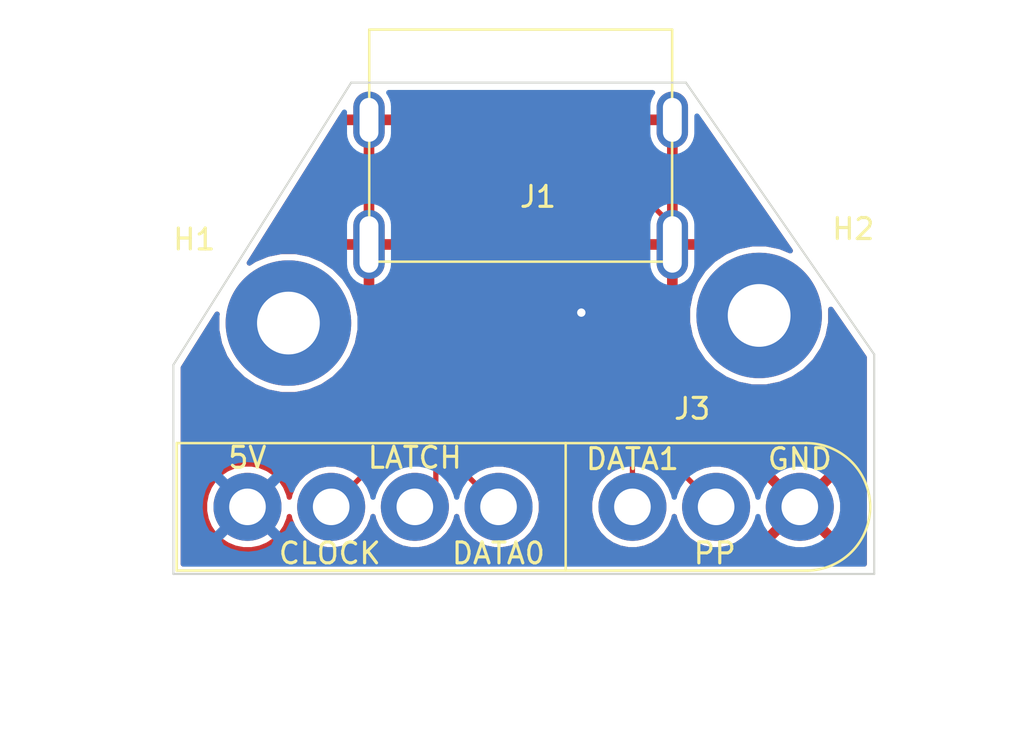
<source format=kicad_pcb>
(kicad_pcb (version 20171130) (host pcbnew "(5.1.0-0)")

  (general
    (thickness 1.6)
    (drawings 6)
    (tracks 23)
    (zones 0)
    (modules 4)
    (nets 20)
  )

  (page A4)
  (layers
    (0 F.Cu signal)
    (31 B.Cu signal)
    (32 B.Adhes user)
    (33 F.Adhes user)
    (34 B.Paste user)
    (35 F.Paste user)
    (36 B.SilkS user)
    (37 F.SilkS user)
    (38 B.Mask user)
    (39 F.Mask user)
    (40 Dwgs.User user)
    (41 Cmts.User user)
    (42 Eco1.User user)
    (43 Eco2.User user)
    (44 Edge.Cuts user)
    (45 Margin user)
    (46 B.CrtYd user)
    (47 F.CrtYd user)
    (48 B.Fab user)
    (49 F.Fab user)
  )

  (setup
    (last_trace_width 0.25)
    (user_trace_width 0.4)
    (user_trace_width 0.5)
    (user_trace_width 0.75)
    (user_trace_width 1)
    (trace_clearance 0.2)
    (zone_clearance 0.3)
    (zone_45_only no)
    (trace_min 0.2)
    (via_size 0.8)
    (via_drill 0.4)
    (via_min_size 0.4)
    (via_min_drill 0.3)
    (uvia_size 0.3)
    (uvia_drill 0.1)
    (uvias_allowed no)
    (uvia_min_size 0.2)
    (uvia_min_drill 0.1)
    (edge_width 0.1)
    (segment_width 0.2)
    (pcb_text_width 0.3)
    (pcb_text_size 1.5 1.5)
    (mod_edge_width 0.15)
    (mod_text_size 1 1)
    (mod_text_width 0.15)
    (pad_size 1.524 1.524)
    (pad_drill 0.762)
    (pad_to_mask_clearance 0)
    (aux_axis_origin 0 0)
    (visible_elements FFFFFF7F)
    (pcbplotparams
      (layerselection 0x010fc_ffffffff)
      (usegerberextensions false)
      (usegerberattributes false)
      (usegerberadvancedattributes false)
      (creategerberjobfile false)
      (excludeedgelayer true)
      (linewidth 0.100000)
      (plotframeref false)
      (viasonmask false)
      (mode 1)
      (useauxorigin false)
      (hpglpennumber 1)
      (hpglpenspeed 20)
      (hpglpendiameter 15.000000)
      (psnegative false)
      (psa4output false)
      (plotreference true)
      (plotvalue true)
      (plotinvisibletext false)
      (padsonsilk false)
      (subtractmaskfromsilk false)
      (outputformat 1)
      (mirror false)
      (drillshape 0)
      (scaleselection 1)
      (outputdirectory "Gerbers/20191107"))
  )

  (net 0 "")
  (net 1 "Net-(J1-Pad19)")
  (net 2 +5V)
  (net 3 GND)
  (net 4 "Net-(J1-Pad14)")
  (net 5 "Net-(J1-Pad13)")
  (net 6 "Net-(J1-Pad12)")
  (net 7 "Net-(J1-Pad11)")
  (net 8 "Net-(J1-Pad10)")
  (net 9 "Net-(J1-Pad9)")
  (net 10 DTR_5V)
  (net 11 RTS_5V)
  (net 12 DSR_5V)
  (net 13 RX_5V)
  (net 14 TX_5V)
  (net 15 "Net-(J1-Pad4)")
  (net 16 "Net-(J1-Pad7)")
  (net 17 "Net-(J1-Pad8)")
  (net 18 "Net-(J1-Pad17)")
  (net 19 "Net-(J1-Pad18)")

  (net_class Default "This is the default net class."
    (clearance 0.2)
    (trace_width 0.25)
    (via_dia 0.8)
    (via_drill 0.4)
    (uvia_dia 0.3)
    (uvia_drill 0.1)
    (add_net +5V)
    (add_net DSR_5V)
    (add_net DTR_5V)
    (add_net GND)
    (add_net "Net-(J1-Pad10)")
    (add_net "Net-(J1-Pad11)")
    (add_net "Net-(J1-Pad12)")
    (add_net "Net-(J1-Pad13)")
    (add_net "Net-(J1-Pad14)")
    (add_net "Net-(J1-Pad17)")
    (add_net "Net-(J1-Pad18)")
    (add_net "Net-(J1-Pad19)")
    (add_net "Net-(J1-Pad4)")
    (add_net "Net-(J1-Pad7)")
    (add_net "Net-(J1-Pad8)")
    (add_net "Net-(J1-Pad9)")
    (add_net RTS_5V)
    (add_net RX_5V)
    (add_net TX_5V)
  )

  (module VideoGames:SNES_Controller (layer F.Cu) (tedit 5D4E58EC) (tstamp 5D4EB561)
    (at 144.8 96.1 180)
    (path /5D1EEF95)
    (fp_text reference J3 (at 0 0.5 180) (layer F.SilkS)
      (effects (font (size 1 1) (thickness 0.15)))
    )
    (fp_text value Conn_01x07_Female (at 0.254 -0.5 180) (layer F.Fab)
      (effects (font (size 1 1) (thickness 0.15)))
    )
    (fp_line (start 26.4795 0.889) (end -5.3975 0.889) (layer F.CrtYd) (width 0.12))
    (fp_line (start 26.4795 -9.271) (end 26.4795 0.889) (layer F.CrtYd) (width 0.12))
    (fp_line (start -5.3975 -9.271) (end 26.4795 -9.271) (layer F.CrtYd) (width 0.12))
    (fp_arc (start -5.3975 -4.191) (end -5.3975 -9.271) (angle -180) (layer F.CrtYd) (width 0.12))
    (fp_text user PP (at -1.0795 -6.4135 180) (layer F.SilkS)
      (effects (font (size 1 1) (thickness 0.15)))
    )
    (fp_text user DATA1 (at 2.8575 -1.905 180) (layer F.SilkS)
      (effects (font (size 1 1) (thickness 0.15)))
    )
    (fp_text user DATA0 (at 9.26084 -6.4135 180) (layer F.SilkS)
      (effects (font (size 1 1) (thickness 0.15)))
    )
    (fp_text user CLOCK (at 17.32534 -6.4135 180) (layer F.SilkS)
      (effects (font (size 1 1) (thickness 0.15)))
    )
    (fp_text user LATCH (at 13.26134 -1.8415 180) (layer F.SilkS)
      (effects (font (size 1 1) (thickness 0.15)))
    )
    (fp_text user 5V (at 21.26234 -1.8415 180) (layer F.SilkS)
      (effects (font (size 1 1) (thickness 0.15)))
    )
    (fp_text user GND (at -5.1435 -1.905 180) (layer F.SilkS)
      (effects (font (size 1 1) (thickness 0.15)))
    )
    (fp_arc (start -5.461 -4.191) (end -5.524499 -7.238999) (angle -178.8065106) (layer F.SilkS) (width 0.12))
    (fp_line (start 24.638 -7.239) (end 24.638 -1.143) (layer F.SilkS) (width 0.12))
    (fp_line (start 24.638 -1.14234) (end -5.461001 -1.14234) (layer F.SilkS) (width 0.12))
    (fp_line (start 24.638 -7.239) (end -5.5245 -7.239) (layer F.SilkS) (width 0.12))
    (fp_line (start 6.04774 -7.23392) (end 6.04774 -1.13792) (layer F.SilkS) (width 0.12))
    (pad 1 thru_hole circle (at 21.2565 -4.191 180) (size 3.25 3.25) (drill 1.75) (layers *.Cu *.Mask)
      (net 2 +5V))
    (pad 2 thru_hole circle (at 17.2565 -4.191 180) (size 3.25 3.25) (drill 1.75) (layers *.Cu *.Mask)
      (net 14 TX_5V))
    (pad 3 thru_hole circle (at 13.2565 -4.191 180) (size 3.25 3.25) (drill 1.75) (layers *.Cu *.Mask)
      (net 13 RX_5V))
    (pad 4 thru_hole circle (at 9.2565 -4.191 180) (size 3.25 3.25) (drill 1.75) (layers *.Cu *.Mask)
      (net 12 DSR_5V))
    (pad 5 thru_hole circle (at 2.8565 -4.191 180) (size 3.25 3.25) (drill 1.75) (layers *.Cu *.Mask)
      (net 11 RTS_5V))
    (pad 6 thru_hole circle (at -1.1435 -4.191 180) (size 3.25 3.25) (drill 1.75) (layers *.Cu *.Mask)
      (net 10 DTR_5V))
    (pad 7 thru_hole circle (at -5.1435 -4.191 180) (size 3.25 3.25) (drill 1.75) (layers *.Cu *.Mask)
      (net 3 GND))
  )

  (module VideoGames:HDMI (layer F.Cu) (tedit 5D4999EA) (tstamp 5D4EB546)
    (at 136.5377 88.5 180)
    (path /5D4F1E38)
    (fp_text reference J1 (at -0.889 3.04 180) (layer F.SilkS)
      (effects (font (size 1 1) (thickness 0.15)))
    )
    (fp_text value HDMI_A (at -0.889 2.04 180) (layer F.Fab)
      (effects (font (size 1 1) (thickness 0.15)))
    )
    (fp_line (start -7.3025 11.0365) (end -7.3025 -0.0635) (layer F.SilkS) (width 0.12))
    (fp_line (start 7.1755 11.0365) (end -7.3025 11.0365) (layer F.SilkS) (width 0.12))
    (fp_line (start 7.1755 -0.0635) (end 7.1755 11.0365) (layer F.SilkS) (width 0.12))
    (fp_line (start -7.3025 -0.0635) (end 7.1755 -0.0635) (layer F.SilkS) (width 0.12))
    (pad SH thru_hole oval (at -7.3135 0.76 180) (size 1.5 3.3) (drill oval 0.9 2.7) (layers *.Cu *.Mask)
      (net 3 GND))
    (pad SH thru_hole oval (at 7.1865 0.76 180) (size 1.5 3.3) (drill oval 0.9 2.7) (layers *.Cu *.Mask)
      (net 3 GND))
    (pad SH thru_hole oval (at 7.1865 6.72 180) (size 1.5 2.7) (drill oval 0.9 2.1) (layers *.Cu *.Mask)
      (net 3 GND))
    (pad SH thru_hole oval (at -7.3135 6.72 180) (size 1.5 2.7) (drill oval 0.9 2.1) (layers *.Cu *.Mask)
      (net 3 GND))
    (pad 1 smd rect (at 4.4915 -0.127 180) (size 0.2 2.6) (layers F.Cu F.Paste F.Mask)
      (net 14 TX_5V))
    (pad 2 smd rect (at 3.9915 -0.127 180) (size 0.2 2.6) (layers F.Cu F.Paste F.Mask)
      (net 13 RX_5V))
    (pad 3 smd rect (at 3.4915 -0.127 180) (size 0.2 2.6) (layers F.Cu F.Paste F.Mask)
      (net 12 DSR_5V))
    (pad 4 smd rect (at 2.9915 -0.127 180) (size 0.2 2.6) (layers F.Cu F.Paste F.Mask)
      (net 15 "Net-(J1-Pad4)"))
    (pad 5 smd rect (at 2.4915 -0.127 180) (size 0.2 2.6) (layers F.Cu F.Paste F.Mask)
      (net 11 RTS_5V))
    (pad 6 smd rect (at 1.9915 -0.127 180) (size 0.2 2.6) (layers F.Cu F.Paste F.Mask)
      (net 10 DTR_5V))
    (pad 7 smd rect (at 1.4915 -0.127 180) (size 0.2 2.6) (layers F.Cu F.Paste F.Mask)
      (net 16 "Net-(J1-Pad7)"))
    (pad 8 smd rect (at 0.9915 -0.127 180) (size 0.2 2.6) (layers F.Cu F.Paste F.Mask)
      (net 17 "Net-(J1-Pad8)"))
    (pad 9 smd rect (at 0.4915 -0.127 180) (size 0.2 2.6) (layers F.Cu F.Paste F.Mask)
      (net 9 "Net-(J1-Pad9)"))
    (pad 10 smd rect (at -0.0085 -0.127 180) (size 0.2 2.6) (layers F.Cu F.Paste F.Mask)
      (net 8 "Net-(J1-Pad10)"))
    (pad 11 smd rect (at -0.5085 -0.127 180) (size 0.2 2.6) (layers F.Cu F.Paste F.Mask)
      (net 7 "Net-(J1-Pad11)"))
    (pad 12 smd rect (at -1.0085 -0.127 180) (size 0.2 2.6) (layers F.Cu F.Paste F.Mask)
      (net 6 "Net-(J1-Pad12)"))
    (pad 13 smd rect (at -1.5085 -0.127 180) (size 0.2 2.6) (layers F.Cu F.Paste F.Mask)
      (net 5 "Net-(J1-Pad13)"))
    (pad 14 smd rect (at -2.0085 -0.127 180) (size 0.2 2.6) (layers F.Cu F.Paste F.Mask)
      (net 4 "Net-(J1-Pad14)"))
    (pad 15 smd rect (at -2.5085 -0.127 180) (size 0.2 2.6) (layers F.Cu F.Paste F.Mask)
      (net 3 GND))
    (pad 16 smd rect (at -3.0085 -0.127 180) (size 0.2 2.6) (layers F.Cu F.Paste F.Mask)
      (net 2 +5V))
    (pad 17 smd rect (at -3.5085 -0.127 180) (size 0.2 2.6) (layers F.Cu F.Paste F.Mask)
      (net 18 "Net-(J1-Pad17)"))
    (pad 18 smd rect (at -4.0085 -0.127 180) (size 0.2 2.6) (layers F.Cu F.Paste F.Mask)
      (net 19 "Net-(J1-Pad18)"))
    (pad 19 smd rect (at -4.5085 -0.127 180) (size 0.2 2.6) (layers F.Cu F.Paste F.Mask)
      (net 1 "Net-(J1-Pad19)"))
  )

  (module MountingHole:MountingHole_3mm_Pad (layer F.Cu) (tedit 56D1B4CB) (tstamp 5D081A0B)
    (at 148 91.1352)
    (descr "Mounting Hole 3mm")
    (tags "mounting hole 3mm")
    (path /5CFEBFC8)
    (attr virtual)
    (fp_text reference H2 (at 4.5 -4.1352) (layer F.SilkS)
      (effects (font (size 1 1) (thickness 0.15)))
    )
    (fp_text value MountingHole (at 0 4) (layer F.Fab)
      (effects (font (size 1 1) (thickness 0.15)))
    )
    (fp_circle (center 0 0) (end 3.25 0) (layer F.CrtYd) (width 0.05))
    (fp_circle (center 0 0) (end 3 0) (layer Cmts.User) (width 0.15))
    (fp_text user %R (at 0.3 0) (layer F.Fab)
      (effects (font (size 1 1) (thickness 0.15)))
    )
    (pad 1 thru_hole circle (at 0 0) (size 6 6) (drill 3) (layers *.Cu *.Mask))
  )

  (module MountingHole:MountingHole_3mm_Pad (layer F.Cu) (tedit 56D1B4CB) (tstamp 5D081A03)
    (at 125.5 91.5)
    (descr "Mounting Hole 3mm")
    (tags "mounting hole 3mm")
    (path /5CFEBE79)
    (attr virtual)
    (fp_text reference H1 (at -4.5 -4) (layer F.SilkS)
      (effects (font (size 1 1) (thickness 0.15)))
    )
    (fp_text value MountingHole (at 0 4) (layer F.Fab)
      (effects (font (size 1 1) (thickness 0.15)))
    )
    (fp_circle (center 0 0) (end 3.25 0) (layer F.CrtYd) (width 0.05))
    (fp_circle (center 0 0) (end 3 0) (layer Cmts.User) (width 0.15))
    (fp_text user %R (at 0.3 0) (layer F.Fab)
      (effects (font (size 1 1) (thickness 0.15)))
    )
    (pad 1 thru_hole circle (at 0 0) (size 6 6) (drill 3) (layers *.Cu *.Mask))
  )

  (gr_line (start 153.5 93) (end 153.5 103.5) (layer Edge.Cuts) (width 0.1) (tstamp 5DC45DF7))
  (gr_line (start 120 93.5) (end 120 103.5) (layer Edge.Cuts) (width 0.1) (tstamp 5DC45DF3))
  (gr_line (start 153.5 103.5) (end 120 103.5) (layer Edge.Cuts) (width 0.1) (tstamp 5DC45DE4))
  (gr_line (start 144.5 80) (end 153.5 93) (layer Edge.Cuts) (width 0.1))
  (gr_line (start 128.5 80) (end 120 93.5) (layer Edge.Cuts) (width 0.1))
  (gr_line (start 144.5 80) (end 128.5 80) (layer Edge.Cuts) (width 0.1))

  (via (at 139.5 91) (size 0.8) (drill 0.4) (layers F.Cu B.Cu) (net 2))
  (segment (start 139.5462 90.9538) (end 139.5 91) (width 0.25) (layer F.Cu) (net 2))
  (segment (start 139.5462 88.627) (end 139.5462 90.9538) (width 0.25) (layer F.Cu) (net 2))
  (segment (start 143.8512 86.84) (end 143.8512 87.74) (width 0.25) (layer F.Cu) (net 3))
  (segment (start 142.8512 85.84) (end 143.8512 86.84) (width 0.25) (layer F.Cu) (net 3))
  (segment (start 140.2832 85.84) (end 142.8512 85.84) (width 0.25) (layer F.Cu) (net 3))
  (segment (start 139.0462 87.077) (end 140.2832 85.84) (width 0.25) (layer F.Cu) (net 3))
  (segment (start 139.0462 88.627) (end 139.0462 87.077) (width 0.25) (layer F.Cu) (net 3))
  (segment (start 134.5462 88.627) (end 134.5462 90.177) (width 0.25) (layer F.Cu) (net 10))
  (segment (start 143.245964 97.593464) (end 144.318501 98.666001) (width 0.25) (layer F.Cu) (net 10))
  (segment (start 141.962664 97.593464) (end 143.245964 97.593464) (width 0.25) (layer F.Cu) (net 10))
  (segment (start 134.5462 90.177) (end 141.962664 97.593464) (width 0.25) (layer F.Cu) (net 10))
  (segment (start 144.318501 98.666001) (end 145.9435 100.291) (width 0.25) (layer F.Cu) (net 10))
  (segment (start 134.09619 88.67699) (end 134.0462 88.627) (width 0.25) (layer F.Cu) (net 11))
  (segment (start 134.09619 90.3634) (end 134.09619 88.67699) (width 0.25) (layer F.Cu) (net 11))
  (segment (start 141.9435 98.21071) (end 134.09619 90.3634) (width 0.25) (layer F.Cu) (net 11))
  (segment (start 141.9435 100.291) (end 141.9435 98.21071) (width 0.25) (layer F.Cu) (net 11))
  (segment (start 133.0462 97.7937) (end 135.5435 100.291) (width 0.25) (layer F.Cu) (net 12))
  (segment (start 133.0462 88.627) (end 133.0462 97.7937) (width 0.25) (layer F.Cu) (net 12))
  (segment (start 132.5462 99.2883) (end 131.5435 100.291) (width 0.25) (layer F.Cu) (net 13))
  (segment (start 132.5462 88.627) (end 132.5462 99.2883) (width 0.25) (layer F.Cu) (net 13))
  (segment (start 132.0462 95.7883) (end 127.5435 100.291) (width 0.25) (layer F.Cu) (net 14))
  (segment (start 132.0462 88.627) (end 132.0462 95.7883) (width 0.25) (layer F.Cu) (net 14))

  (zone (net 3) (net_name GND) (layer F.Cu) (tstamp 5DC45E70) (hatch edge 0.508)
    (connect_pads (clearance 0.3))
    (min_thickness 0.254)
    (fill yes (arc_segments 32) (thermal_gap 0.508) (thermal_bridge_width 0.508))
    (polygon
      (pts
        (xy 111.8616 76.0984) (xy 159.9946 76.0984) (xy 160.6804 111.8362) (xy 112.2172 111.8362)
      )
    )
    (filled_polygon
      (pts
        (xy 142.620228 80.532651) (xy 142.517589 80.78524) (xy 142.4662 81.053) (xy 142.4662 81.653) (xy 143.7242 81.653)
        (xy 143.7242 81.633) (xy 143.9782 81.633) (xy 143.9782 81.653) (xy 143.9982 81.653) (xy 143.9982 81.907)
        (xy 143.9782 81.907) (xy 143.9782 83.599656) (xy 144.192385 83.722318) (xy 144.263884 83.708173) (xy 144.515068 83.602142)
        (xy 144.74074 83.449145) (xy 144.932228 83.255061) (xy 145.082172 83.027349) (xy 145.184811 82.77476) (xy 145.2362 82.507)
        (xy 145.2362 81.901403) (xy 149.48732 88.04191) (xy 148.999619 87.839897) (xy 148.33753 87.7082) (xy 147.66247 87.7082)
        (xy 147.000381 87.839897) (xy 146.376707 88.098232) (xy 145.815415 88.473275) (xy 145.338075 88.950615) (xy 144.963032 89.511907)
        (xy 144.704697 90.135581) (xy 144.573 90.79767) (xy 144.573 91.47273) (xy 144.704697 92.134819) (xy 144.963032 92.758493)
        (xy 145.338075 93.319785) (xy 145.815415 93.797125) (xy 146.376707 94.172168) (xy 147.000381 94.430503) (xy 147.66247 94.5622)
        (xy 148.33753 94.5622) (xy 148.999619 94.430503) (xy 149.623293 94.172168) (xy 150.184585 93.797125) (xy 150.661925 93.319785)
        (xy 151.036968 92.758493) (xy 151.295303 92.134819) (xy 151.427 91.47273) (xy 151.427 90.843671) (xy 153.023 93.149005)
        (xy 153.023001 103.023) (xy 120.477 103.023) (xy 120.477 100.088896) (xy 121.4915 100.088896) (xy 121.4915 100.493104)
        (xy 121.570357 100.889546) (xy 121.725041 101.262987) (xy 121.949607 101.599074) (xy 122.235426 101.884893) (xy 122.571513 102.109459)
        (xy 122.944954 102.264143) (xy 123.341396 102.343) (xy 123.745604 102.343) (xy 124.142046 102.264143) (xy 124.515487 102.109459)
        (xy 124.851574 101.884893) (xy 125.137393 101.599074) (xy 125.361959 101.262987) (xy 125.516643 100.889546) (xy 125.5435 100.754526)
        (xy 125.570357 100.889546) (xy 125.725041 101.262987) (xy 125.949607 101.599074) (xy 126.235426 101.884893) (xy 126.571513 102.109459)
        (xy 126.944954 102.264143) (xy 127.341396 102.343) (xy 127.745604 102.343) (xy 128.142046 102.264143) (xy 128.515487 102.109459)
        (xy 128.851574 101.884893) (xy 129.137393 101.599074) (xy 129.361959 101.262987) (xy 129.516643 100.889546) (xy 129.5435 100.754526)
        (xy 129.570357 100.889546) (xy 129.725041 101.262987) (xy 129.949607 101.599074) (xy 130.235426 101.884893) (xy 130.571513 102.109459)
        (xy 130.944954 102.264143) (xy 131.341396 102.343) (xy 131.745604 102.343) (xy 132.142046 102.264143) (xy 132.515487 102.109459)
        (xy 132.851574 101.884893) (xy 133.137393 101.599074) (xy 133.361959 101.262987) (xy 133.516643 100.889546) (xy 133.5435 100.754526)
        (xy 133.570357 100.889546) (xy 133.725041 101.262987) (xy 133.949607 101.599074) (xy 134.235426 101.884893) (xy 134.571513 102.109459)
        (xy 134.944954 102.264143) (xy 135.341396 102.343) (xy 135.745604 102.343) (xy 136.142046 102.264143) (xy 136.515487 102.109459)
        (xy 136.851574 101.884893) (xy 137.137393 101.599074) (xy 137.361959 101.262987) (xy 137.516643 100.889546) (xy 137.5955 100.493104)
        (xy 137.5955 100.088896) (xy 137.516643 99.692454) (xy 137.361959 99.319013) (xy 137.137393 98.982926) (xy 136.851574 98.697107)
        (xy 136.515487 98.472541) (xy 136.142046 98.317857) (xy 135.745604 98.239) (xy 135.341396 98.239) (xy 134.944954 98.317857)
        (xy 134.571513 98.472541) (xy 134.532053 98.498908) (xy 133.5982 97.565056) (xy 133.5982 90.602711) (xy 133.634999 90.671558)
        (xy 133.703979 90.755611) (xy 133.725047 90.772901) (xy 141.291954 98.33981) (xy 140.971513 98.472541) (xy 140.635426 98.697107)
        (xy 140.349607 98.982926) (xy 140.125041 99.319013) (xy 139.970357 99.692454) (xy 139.8915 100.088896) (xy 139.8915 100.493104)
        (xy 139.970357 100.889546) (xy 140.125041 101.262987) (xy 140.349607 101.599074) (xy 140.635426 101.884893) (xy 140.971513 102.109459)
        (xy 141.344954 102.264143) (xy 141.741396 102.343) (xy 142.145604 102.343) (xy 142.542046 102.264143) (xy 142.915487 102.109459)
        (xy 143.251574 101.884893) (xy 143.537393 101.599074) (xy 143.761959 101.262987) (xy 143.916643 100.889546) (xy 143.9435 100.754526)
        (xy 143.970357 100.889546) (xy 144.125041 101.262987) (xy 144.349607 101.599074) (xy 144.635426 101.884893) (xy 144.971513 102.109459)
        (xy 145.344954 102.264143) (xy 145.741396 102.343) (xy 146.145604 102.343) (xy 146.542046 102.264143) (xy 146.915487 102.109459)
        (xy 147.251574 101.884893) (xy 147.264827 101.87164) (xy 148.542465 101.87164) (xy 148.713512 102.199999) (xy 149.109573 102.403277)
        (xy 149.537682 102.525381) (xy 149.981385 102.561619) (xy 150.423633 102.510599) (xy 150.84743 102.374281) (xy 151.173488 102.199999)
        (xy 151.344535 101.87164) (xy 149.9435 100.470605) (xy 148.542465 101.87164) (xy 147.264827 101.87164) (xy 147.537393 101.599074)
        (xy 147.761959 101.262987) (xy 147.829591 101.09971) (xy 147.860219 101.19493) (xy 148.034501 101.520988) (xy 148.36286 101.692035)
        (xy 149.763895 100.291) (xy 150.123105 100.291) (xy 151.52414 101.692035) (xy 151.852499 101.520988) (xy 152.055777 101.124927)
        (xy 152.177881 100.696818) (xy 152.214119 100.253115) (xy 152.163099 99.810867) (xy 152.026781 99.38707) (xy 151.852499 99.061012)
        (xy 151.52414 98.889965) (xy 150.123105 100.291) (xy 149.763895 100.291) (xy 148.36286 98.889965) (xy 148.034501 99.061012)
        (xy 147.831223 99.457073) (xy 147.826298 99.474341) (xy 147.761959 99.319013) (xy 147.537393 98.982926) (xy 147.264827 98.71036)
        (xy 148.542465 98.71036) (xy 149.9435 100.111395) (xy 151.344535 98.71036) (xy 151.173488 98.382001) (xy 150.777427 98.178723)
        (xy 150.349318 98.056619) (xy 149.905615 98.020381) (xy 149.463367 98.071401) (xy 149.03957 98.207719) (xy 148.713512 98.382001)
        (xy 148.542465 98.71036) (xy 147.264827 98.71036) (xy 147.251574 98.697107) (xy 146.915487 98.472541) (xy 146.542046 98.317857)
        (xy 146.145604 98.239) (xy 145.741396 98.239) (xy 145.344954 98.317857) (xy 144.971513 98.472541) (xy 144.932052 98.498908)
        (xy 144.728001 98.294857) (xy 144.727992 98.294846) (xy 143.655464 97.22232) (xy 143.638175 97.201253) (xy 143.554122 97.132273)
        (xy 143.458227 97.081016) (xy 143.354175 97.049452) (xy 143.273073 97.041464) (xy 143.27307 97.041464) (xy 143.245964 97.038794)
        (xy 143.218858 97.041464) (xy 142.191309 97.041464) (xy 135.50591 90.356066) (xy 135.6462 90.356066) (xy 135.729907 90.347822)
        (xy 135.7962 90.327711) (xy 135.862493 90.347822) (xy 135.9462 90.356066) (xy 136.1462 90.356066) (xy 136.229907 90.347822)
        (xy 136.2962 90.327711) (xy 136.362493 90.347822) (xy 136.4462 90.356066) (xy 136.6462 90.356066) (xy 136.729907 90.347822)
        (xy 136.7962 90.327711) (xy 136.862493 90.347822) (xy 136.9462 90.356066) (xy 137.1462 90.356066) (xy 137.229907 90.347822)
        (xy 137.2962 90.327711) (xy 137.362493 90.347822) (xy 137.4462 90.356066) (xy 137.6462 90.356066) (xy 137.729907 90.347822)
        (xy 137.7962 90.327711) (xy 137.862493 90.347822) (xy 137.9462 90.356066) (xy 138.1462 90.356066) (xy 138.229907 90.347822)
        (xy 138.2962 90.327711) (xy 138.362493 90.347822) (xy 138.4462 90.356066) (xy 138.475944 90.356066) (xy 138.486897 90.369918)
        (xy 138.582131 90.451013) (xy 138.691357 90.511971) (xy 138.806578 90.54922) (xy 138.767123 90.608269) (xy 138.704782 90.758773)
        (xy 138.673 90.918548) (xy 138.673 91.081452) (xy 138.704782 91.241227) (xy 138.767123 91.391731) (xy 138.857628 91.527181)
        (xy 138.972819 91.642372) (xy 139.108269 91.732877) (xy 139.258773 91.795218) (xy 139.418548 91.827) (xy 139.581452 91.827)
        (xy 139.741227 91.795218) (xy 139.891731 91.732877) (xy 140.027181 91.642372) (xy 140.142372 91.527181) (xy 140.232877 91.391731)
        (xy 140.295218 91.241227) (xy 140.327 91.081452) (xy 140.327 90.918548) (xy 140.295218 90.758773) (xy 140.232877 90.608269)
        (xy 140.142372 90.472819) (xy 140.0982 90.428647) (xy 140.0982 90.356066) (xy 140.1462 90.356066) (xy 140.229907 90.347822)
        (xy 140.2962 90.327711) (xy 140.362493 90.347822) (xy 140.4462 90.356066) (xy 140.6462 90.356066) (xy 140.729907 90.347822)
        (xy 140.7962 90.327711) (xy 140.862493 90.347822) (xy 140.9462 90.356066) (xy 141.1462 90.356066) (xy 141.229907 90.347822)
        (xy 141.310396 90.323405) (xy 141.384576 90.283755) (xy 141.449595 90.230395) (xy 141.502955 90.165376) (xy 141.542605 90.091196)
        (xy 141.567022 90.010707) (xy 141.575266 89.927) (xy 141.575266 87.867) (xy 142.4662 87.867) (xy 142.4662 88.767)
        (xy 142.517589 89.03476) (xy 142.620228 89.287349) (xy 142.770172 89.515061) (xy 142.96166 89.709145) (xy 143.187332 89.862142)
        (xy 143.438516 89.968173) (xy 143.510015 89.982318) (xy 143.7242 89.859656) (xy 143.7242 87.867) (xy 143.9782 87.867)
        (xy 143.9782 89.859656) (xy 144.192385 89.982318) (xy 144.263884 89.968173) (xy 144.515068 89.862142) (xy 144.74074 89.709145)
        (xy 144.932228 89.515061) (xy 145.082172 89.287349) (xy 145.184811 89.03476) (xy 145.2362 88.767) (xy 145.2362 87.867)
        (xy 143.9782 87.867) (xy 143.7242 87.867) (xy 142.4662 87.867) (xy 141.575266 87.867) (xy 141.575266 87.327)
        (xy 141.567022 87.243293) (xy 141.542605 87.162804) (xy 141.502955 87.088624) (xy 141.449595 87.023605) (xy 141.384576 86.970245)
        (xy 141.310396 86.930595) (xy 141.229907 86.906178) (xy 141.1462 86.897934) (xy 140.9462 86.897934) (xy 140.862493 86.906178)
        (xy 140.7962 86.926289) (xy 140.729907 86.906178) (xy 140.6462 86.897934) (xy 140.4462 86.897934) (xy 140.362493 86.906178)
        (xy 140.2962 86.926289) (xy 140.229907 86.906178) (xy 140.1462 86.897934) (xy 139.9462 86.897934) (xy 139.862493 86.906178)
        (xy 139.7962 86.926289) (xy 139.729907 86.906178) (xy 139.6462 86.897934) (xy 139.616456 86.897934) (xy 139.605503 86.884082)
        (xy 139.510269 86.802987) (xy 139.401043 86.742029) (xy 139.31125 86.713) (xy 142.4662 86.713) (xy 142.4662 87.613)
        (xy 143.7242 87.613) (xy 143.7242 85.620344) (xy 143.9782 85.620344) (xy 143.9782 87.613) (xy 145.2362 87.613)
        (xy 145.2362 86.713) (xy 145.184811 86.44524) (xy 145.082172 86.192651) (xy 144.932228 85.964939) (xy 144.74074 85.770855)
        (xy 144.515068 85.617858) (xy 144.263884 85.511827) (xy 144.192385 85.497682) (xy 143.9782 85.620344) (xy 143.7242 85.620344)
        (xy 143.510015 85.497682) (xy 143.438516 85.511827) (xy 143.187332 85.617858) (xy 142.96166 85.770855) (xy 142.770172 85.964939)
        (xy 142.620228 86.192651) (xy 142.517589 86.44524) (xy 142.4662 86.713) (xy 139.31125 86.713) (xy 139.282024 86.703552)
        (xy 139.20495 86.692) (xy 139.0462 86.85075) (xy 138.88745 86.692) (xy 138.810376 86.703552) (xy 138.691357 86.742029)
        (xy 138.582131 86.802987) (xy 138.486897 86.884082) (xy 138.475944 86.897934) (xy 138.4462 86.897934) (xy 138.362493 86.906178)
        (xy 138.2962 86.926289) (xy 138.229907 86.906178) (xy 138.1462 86.897934) (xy 137.9462 86.897934) (xy 137.862493 86.906178)
        (xy 137.7962 86.926289) (xy 137.729907 86.906178) (xy 137.6462 86.897934) (xy 137.4462 86.897934) (xy 137.362493 86.906178)
        (xy 137.2962 86.926289) (xy 137.229907 86.906178) (xy 137.1462 86.897934) (xy 136.9462 86.897934) (xy 136.862493 86.906178)
        (xy 136.7962 86.926289) (xy 136.729907 86.906178) (xy 136.6462 86.897934) (xy 136.4462 86.897934) (xy 136.362493 86.906178)
        (xy 136.2962 86.926289) (xy 136.229907 86.906178) (xy 136.1462 86.897934) (xy 135.9462 86.897934) (xy 135.862493 86.906178)
        (xy 135.7962 86.926289) (xy 135.729907 86.906178) (xy 135.6462 86.897934) (xy 135.4462 86.897934) (xy 135.362493 86.906178)
        (xy 135.2962 86.926289) (xy 135.229907 86.906178) (xy 135.1462 86.897934) (xy 134.9462 86.897934) (xy 134.862493 86.906178)
        (xy 134.7962 86.926289) (xy 134.729907 86.906178) (xy 134.6462 86.897934) (xy 134.4462 86.897934) (xy 134.362493 86.906178)
        (xy 134.2962 86.926289) (xy 134.229907 86.906178) (xy 134.1462 86.897934) (xy 133.9462 86.897934) (xy 133.862493 86.906178)
        (xy 133.7962 86.926289) (xy 133.729907 86.906178) (xy 133.6462 86.897934) (xy 133.4462 86.897934) (xy 133.362493 86.906178)
        (xy 133.2962 86.926289) (xy 133.229907 86.906178) (xy 133.1462 86.897934) (xy 132.9462 86.897934) (xy 132.862493 86.906178)
        (xy 132.7962 86.926289) (xy 132.729907 86.906178) (xy 132.6462 86.897934) (xy 132.4462 86.897934) (xy 132.362493 86.906178)
        (xy 132.2962 86.926289) (xy 132.229907 86.906178) (xy 132.1462 86.897934) (xy 131.9462 86.897934) (xy 131.862493 86.906178)
        (xy 131.782004 86.930595) (xy 131.707824 86.970245) (xy 131.642805 87.023605) (xy 131.589445 87.088624) (xy 131.549795 87.162804)
        (xy 131.525378 87.243293) (xy 131.517134 87.327) (xy 131.517134 88.46952) (xy 131.502188 88.51879) (xy 131.4942 88.599892)
        (xy 131.494201 95.559653) (xy 128.554948 98.498908) (xy 128.515487 98.472541) (xy 128.142046 98.317857) (xy 127.745604 98.239)
        (xy 127.341396 98.239) (xy 126.944954 98.317857) (xy 126.571513 98.472541) (xy 126.235426 98.697107) (xy 125.949607 98.982926)
        (xy 125.725041 99.319013) (xy 125.570357 99.692454) (xy 125.5435 99.827474) (xy 125.516643 99.692454) (xy 125.361959 99.319013)
        (xy 125.137393 98.982926) (xy 124.851574 98.697107) (xy 124.515487 98.472541) (xy 124.142046 98.317857) (xy 123.745604 98.239)
        (xy 123.341396 98.239) (xy 122.944954 98.317857) (xy 122.571513 98.472541) (xy 122.235426 98.697107) (xy 121.949607 98.982926)
        (xy 121.725041 99.319013) (xy 121.570357 99.692454) (xy 121.4915 100.088896) (xy 120.477 100.088896) (xy 120.477 93.637658)
        (xy 122.09034 91.075294) (xy 122.073 91.16247) (xy 122.073 91.83753) (xy 122.204697 92.499619) (xy 122.463032 93.123293)
        (xy 122.838075 93.684585) (xy 123.315415 94.161925) (xy 123.876707 94.536968) (xy 124.500381 94.795303) (xy 125.16247 94.927)
        (xy 125.83753 94.927) (xy 126.499619 94.795303) (xy 127.123293 94.536968) (xy 127.684585 94.161925) (xy 128.161925 93.684585)
        (xy 128.536968 93.123293) (xy 128.795303 92.499619) (xy 128.927 91.83753) (xy 128.927 91.16247) (xy 128.795303 90.500381)
        (xy 128.536968 89.876707) (xy 128.348099 89.594045) (xy 128.46166 89.709145) (xy 128.687332 89.862142) (xy 128.938516 89.968173)
        (xy 129.010015 89.982318) (xy 129.2242 89.859656) (xy 129.2242 87.867) (xy 129.4782 87.867) (xy 129.4782 89.859656)
        (xy 129.692385 89.982318) (xy 129.763884 89.968173) (xy 130.015068 89.862142) (xy 130.24074 89.709145) (xy 130.432228 89.515061)
        (xy 130.582172 89.287349) (xy 130.684811 89.03476) (xy 130.7362 88.767) (xy 130.7362 87.867) (xy 129.4782 87.867)
        (xy 129.2242 87.867) (xy 127.9662 87.867) (xy 127.9662 88.767) (xy 128.017589 89.03476) (xy 128.110898 89.264388)
        (xy 127.684585 88.838075) (xy 127.123293 88.463032) (xy 126.499619 88.204697) (xy 125.83753 88.073) (xy 125.16247 88.073)
        (xy 124.500381 88.204697) (xy 123.876707 88.463032) (xy 123.632257 88.626368) (xy 124.83697 86.713) (xy 127.9662 86.713)
        (xy 127.9662 87.613) (xy 129.2242 87.613) (xy 129.2242 85.620344) (xy 129.4782 85.620344) (xy 129.4782 87.613)
        (xy 130.7362 87.613) (xy 130.7362 86.713) (xy 130.684811 86.44524) (xy 130.582172 86.192651) (xy 130.432228 85.964939)
        (xy 130.24074 85.770855) (xy 130.015068 85.617858) (xy 129.763884 85.511827) (xy 129.692385 85.497682) (xy 129.4782 85.620344)
        (xy 129.2242 85.620344) (xy 129.010015 85.497682) (xy 128.938516 85.511827) (xy 128.687332 85.617858) (xy 128.46166 85.770855)
        (xy 128.270172 85.964939) (xy 128.120228 86.192651) (xy 128.017589 86.44524) (xy 127.9662 86.713) (xy 124.83697 86.713)
        (xy 127.862971 81.907) (xy 127.9662 81.907) (xy 127.9662 82.507) (xy 128.017589 82.77476) (xy 128.120228 83.027349)
        (xy 128.270172 83.255061) (xy 128.46166 83.449145) (xy 128.687332 83.602142) (xy 128.938516 83.708173) (xy 129.010015 83.722318)
        (xy 129.2242 83.599656) (xy 129.2242 81.907) (xy 129.4782 81.907) (xy 129.4782 83.599656) (xy 129.692385 83.722318)
        (xy 129.763884 83.708173) (xy 130.015068 83.602142) (xy 130.24074 83.449145) (xy 130.432228 83.255061) (xy 130.582172 83.027349)
        (xy 130.684811 82.77476) (xy 130.7362 82.507) (xy 130.7362 81.907) (xy 142.4662 81.907) (xy 142.4662 82.507)
        (xy 142.517589 82.77476) (xy 142.620228 83.027349) (xy 142.770172 83.255061) (xy 142.96166 83.449145) (xy 143.187332 83.602142)
        (xy 143.438516 83.708173) (xy 143.510015 83.722318) (xy 143.7242 83.599656) (xy 143.7242 81.907) (xy 142.4662 81.907)
        (xy 130.7362 81.907) (xy 129.4782 81.907) (xy 129.2242 81.907) (xy 127.9662 81.907) (xy 127.862971 81.907)
        (xy 128.022897 81.653) (xy 129.2242 81.653) (xy 129.2242 81.633) (xy 129.4782 81.633) (xy 129.4782 81.653)
        (xy 130.7362 81.653) (xy 130.7362 81.053) (xy 130.684811 80.78524) (xy 130.582172 80.532651) (xy 130.545527 80.477)
        (xy 142.656873 80.477)
      )
    )
  )
  (zone (net 2) (net_name +5V) (layer B.Cu) (tstamp 5DC45E6D) (hatch edge 0.508)
    (connect_pads (clearance 0.3))
    (min_thickness 0.254)
    (fill yes (arc_segments 32) (thermal_gap 0.508) (thermal_bridge_width 0.508))
    (polygon
      (pts
        (xy 111.713948 76.0476) (xy 159.846948 76.0476) (xy 160.532748 111.7854) (xy 112.069548 111.7854)
      )
    )
    (filled_polygon
      (pts
        (xy 142.867827 80.52293) (xy 142.758533 80.727403) (xy 142.691231 80.949268) (xy 142.6742 81.122188) (xy 142.6742 82.437811)
        (xy 142.691231 82.610731) (xy 142.758533 82.832596) (xy 142.867826 83.037069) (xy 143.014909 83.216291) (xy 143.19413 83.363374)
        (xy 143.398603 83.472667) (xy 143.620468 83.539969) (xy 143.8512 83.562694) (xy 144.081931 83.539969) (xy 144.303796 83.472667)
        (xy 144.508269 83.363374) (xy 144.687491 83.216291) (xy 144.834574 83.03707) (xy 144.943867 82.832597) (xy 145.011169 82.610732)
        (xy 145.0282 82.437812) (xy 145.0282 81.600958) (xy 149.48732 88.04191) (xy 148.999619 87.839897) (xy 148.33753 87.7082)
        (xy 147.66247 87.7082) (xy 147.000381 87.839897) (xy 146.376707 88.098232) (xy 145.815415 88.473275) (xy 145.338075 88.950615)
        (xy 144.963032 89.511907) (xy 144.704697 90.135581) (xy 144.573 90.79767) (xy 144.573 91.47273) (xy 144.704697 92.134819)
        (xy 144.963032 92.758493) (xy 145.338075 93.319785) (xy 145.815415 93.797125) (xy 146.376707 94.172168) (xy 147.000381 94.430503)
        (xy 147.66247 94.5622) (xy 148.33753 94.5622) (xy 148.999619 94.430503) (xy 149.623293 94.172168) (xy 150.184585 93.797125)
        (xy 150.661925 93.319785) (xy 151.036968 92.758493) (xy 151.295303 92.134819) (xy 151.427 91.47273) (xy 151.427 90.843671)
        (xy 153.023 93.149005) (xy 153.023001 103.023) (xy 120.477 103.023) (xy 120.477 101.87164) (xy 122.142465 101.87164)
        (xy 122.313512 102.199999) (xy 122.709573 102.403277) (xy 123.137682 102.525381) (xy 123.581385 102.561619) (xy 124.023633 102.510599)
        (xy 124.44743 102.374281) (xy 124.773488 102.199999) (xy 124.944535 101.87164) (xy 123.5435 100.470605) (xy 122.142465 101.87164)
        (xy 120.477 101.87164) (xy 120.477 100.328885) (xy 121.272881 100.328885) (xy 121.323901 100.771133) (xy 121.460219 101.19493)
        (xy 121.634501 101.520988) (xy 121.96286 101.692035) (xy 123.363895 100.291) (xy 123.723105 100.291) (xy 125.12414 101.692035)
        (xy 125.452499 101.520988) (xy 125.655777 101.124927) (xy 125.660702 101.107659) (xy 125.725041 101.262987) (xy 125.949607 101.599074)
        (xy 126.235426 101.884893) (xy 126.571513 102.109459) (xy 126.944954 102.264143) (xy 127.341396 102.343) (xy 127.745604 102.343)
        (xy 128.142046 102.264143) (xy 128.515487 102.109459) (xy 128.851574 101.884893) (xy 129.137393 101.599074) (xy 129.361959 101.262987)
        (xy 129.516643 100.889546) (xy 129.5435 100.754526) (xy 129.570357 100.889546) (xy 129.725041 101.262987) (xy 129.949607 101.599074)
        (xy 130.235426 101.884893) (xy 130.571513 102.109459) (xy 130.944954 102.264143) (xy 131.341396 102.343) (xy 131.745604 102.343)
        (xy 132.142046 102.264143) (xy 132.515487 102.109459) (xy 132.851574 101.884893) (xy 133.137393 101.599074) (xy 133.361959 101.262987)
        (xy 133.516643 100.889546) (xy 133.5435 100.754526) (xy 133.570357 100.889546) (xy 133.725041 101.262987) (xy 133.949607 101.599074)
        (xy 134.235426 101.884893) (xy 134.571513 102.109459) (xy 134.944954 102.264143) (xy 135.341396 102.343) (xy 135.745604 102.343)
        (xy 136.142046 102.264143) (xy 136.515487 102.109459) (xy 136.851574 101.884893) (xy 137.137393 101.599074) (xy 137.361959 101.262987)
        (xy 137.516643 100.889546) (xy 137.5955 100.493104) (xy 137.5955 100.088896) (xy 139.8915 100.088896) (xy 139.8915 100.493104)
        (xy 139.970357 100.889546) (xy 140.125041 101.262987) (xy 140.349607 101.599074) (xy 140.635426 101.884893) (xy 140.971513 102.109459)
        (xy 141.344954 102.264143) (xy 141.741396 102.343) (xy 142.145604 102.343) (xy 142.542046 102.264143) (xy 142.915487 102.109459)
        (xy 143.251574 101.884893) (xy 143.537393 101.599074) (xy 143.761959 101.262987) (xy 143.916643 100.889546) (xy 143.9435 100.754526)
        (xy 143.970357 100.889546) (xy 144.125041 101.262987) (xy 144.349607 101.599074) (xy 144.635426 101.884893) (xy 144.971513 102.109459)
        (xy 145.344954 102.264143) (xy 145.741396 102.343) (xy 146.145604 102.343) (xy 146.542046 102.264143) (xy 146.915487 102.109459)
        (xy 147.251574 101.884893) (xy 147.537393 101.599074) (xy 147.761959 101.262987) (xy 147.916643 100.889546) (xy 147.9435 100.754526)
        (xy 147.970357 100.889546) (xy 148.125041 101.262987) (xy 148.349607 101.599074) (xy 148.635426 101.884893) (xy 148.971513 102.109459)
        (xy 149.344954 102.264143) (xy 149.741396 102.343) (xy 150.145604 102.343) (xy 150.542046 102.264143) (xy 150.915487 102.109459)
        (xy 151.251574 101.884893) (xy 151.537393 101.599074) (xy 151.761959 101.262987) (xy 151.916643 100.889546) (xy 151.9955 100.493104)
        (xy 151.9955 100.088896) (xy 151.916643 99.692454) (xy 151.761959 99.319013) (xy 151.537393 98.982926) (xy 151.251574 98.697107)
        (xy 150.915487 98.472541) (xy 150.542046 98.317857) (xy 150.145604 98.239) (xy 149.741396 98.239) (xy 149.344954 98.317857)
        (xy 148.971513 98.472541) (xy 148.635426 98.697107) (xy 148.349607 98.982926) (xy 148.125041 99.319013) (xy 147.970357 99.692454)
        (xy 147.9435 99.827474) (xy 147.916643 99.692454) (xy 147.761959 99.319013) (xy 147.537393 98.982926) (xy 147.251574 98.697107)
        (xy 146.915487 98.472541) (xy 146.542046 98.317857) (xy 146.145604 98.239) (xy 145.741396 98.239) (xy 145.344954 98.317857)
        (xy 144.971513 98.472541) (xy 144.635426 98.697107) (xy 144.349607 98.982926) (xy 144.125041 99.319013) (xy 143.970357 99.692454)
        (xy 143.9435 99.827474) (xy 143.916643 99.692454) (xy 143.761959 99.319013) (xy 143.537393 98.982926) (xy 143.251574 98.697107)
        (xy 142.915487 98.472541) (xy 142.542046 98.317857) (xy 142.145604 98.239) (xy 141.741396 98.239) (xy 141.344954 98.317857)
        (xy 140.971513 98.472541) (xy 140.635426 98.697107) (xy 140.349607 98.982926) (xy 140.125041 99.319013) (xy 139.970357 99.692454)
        (xy 139.8915 100.088896) (xy 137.5955 100.088896) (xy 137.516643 99.692454) (xy 137.361959 99.319013) (xy 137.137393 98.982926)
        (xy 136.851574 98.697107) (xy 136.515487 98.472541) (xy 136.142046 98.317857) (xy 135.745604 98.239) (xy 135.341396 98.239)
        (xy 134.944954 98.317857) (xy 134.571513 98.472541) (xy 134.235426 98.697107) (xy 133.949607 98.982926) (xy 133.725041 99.319013)
        (xy 133.570357 99.692454) (xy 133.5435 99.827474) (xy 133.516643 99.692454) (xy 133.361959 99.319013) (xy 133.137393 98.982926)
        (xy 132.851574 98.697107) (xy 132.515487 98.472541) (xy 132.142046 98.317857) (xy 131.745604 98.239) (xy 131.341396 98.239)
        (xy 130.944954 98.317857) (xy 130.571513 98.472541) (xy 130.235426 98.697107) (xy 129.949607 98.982926) (xy 129.725041 99.319013)
        (xy 129.570357 99.692454) (xy 129.5435 99.827474) (xy 129.516643 99.692454) (xy 129.361959 99.319013) (xy 129.137393 98.982926)
        (xy 128.851574 98.697107) (xy 128.515487 98.472541) (xy 128.142046 98.317857) (xy 127.745604 98.239) (xy 127.341396 98.239)
        (xy 126.944954 98.317857) (xy 126.571513 98.472541) (xy 126.235426 98.697107) (xy 125.949607 98.982926) (xy 125.725041 99.319013)
        (xy 125.657409 99.48229) (xy 125.626781 99.38707) (xy 125.452499 99.061012) (xy 125.12414 98.889965) (xy 123.723105 100.291)
        (xy 123.363895 100.291) (xy 121.96286 98.889965) (xy 121.634501 99.061012) (xy 121.431223 99.457073) (xy 121.309119 99.885182)
        (xy 121.272881 100.328885) (xy 120.477 100.328885) (xy 120.477 98.71036) (xy 122.142465 98.71036) (xy 123.5435 100.111395)
        (xy 124.944535 98.71036) (xy 124.773488 98.382001) (xy 124.377427 98.178723) (xy 123.949318 98.056619) (xy 123.505615 98.020381)
        (xy 123.063367 98.071401) (xy 122.63957 98.207719) (xy 122.313512 98.382001) (xy 122.142465 98.71036) (xy 120.477 98.71036)
        (xy 120.477 93.637658) (xy 122.09034 91.075294) (xy 122.073 91.16247) (xy 122.073 91.83753) (xy 122.204697 92.499619)
        (xy 122.463032 93.123293) (xy 122.838075 93.684585) (xy 123.315415 94.161925) (xy 123.876707 94.536968) (xy 124.500381 94.795303)
        (xy 125.16247 94.927) (xy 125.83753 94.927) (xy 126.499619 94.795303) (xy 127.123293 94.536968) (xy 127.684585 94.161925)
        (xy 128.161925 93.684585) (xy 128.536968 93.123293) (xy 128.795303 92.499619) (xy 128.927 91.83753) (xy 128.927 91.16247)
        (xy 128.795303 90.500381) (xy 128.536968 89.876707) (xy 128.161925 89.315415) (xy 127.684585 88.838075) (xy 127.123293 88.463032)
        (xy 126.499619 88.204697) (xy 125.83753 88.073) (xy 125.16247 88.073) (xy 124.500381 88.204697) (xy 123.876707 88.463032)
        (xy 123.632257 88.626368) (xy 124.793407 86.782188) (xy 128.1742 86.782188) (xy 128.1742 88.697811) (xy 128.191231 88.870731)
        (xy 128.258533 89.092596) (xy 128.367826 89.297069) (xy 128.514909 89.476291) (xy 128.69413 89.623374) (xy 128.898603 89.732667)
        (xy 129.120468 89.799969) (xy 129.3512 89.822694) (xy 129.581931 89.799969) (xy 129.803796 89.732667) (xy 130.008269 89.623374)
        (xy 130.187491 89.476291) (xy 130.334574 89.29707) (xy 130.443867 89.092597) (xy 130.511169 88.870732) (xy 130.5282 88.697812)
        (xy 130.5282 86.782188) (xy 142.6742 86.782188) (xy 142.6742 88.697811) (xy 142.691231 88.870731) (xy 142.758533 89.092596)
        (xy 142.867826 89.297069) (xy 143.014909 89.476291) (xy 143.19413 89.623374) (xy 143.398603 89.732667) (xy 143.620468 89.799969)
        (xy 143.8512 89.822694) (xy 144.081931 89.799969) (xy 144.303796 89.732667) (xy 144.508269 89.623374) (xy 144.687491 89.476291)
        (xy 144.834574 89.29707) (xy 144.943867 89.092597) (xy 145.011169 88.870732) (xy 145.0282 88.697812) (xy 145.0282 86.782188)
        (xy 145.011169 86.609268) (xy 144.943867 86.387403) (xy 144.834574 86.18293) (xy 144.687491 86.003709) (xy 144.50827 85.856626)
        (xy 144.303797 85.747333) (xy 144.081932 85.680031) (xy 143.8512 85.657306) (xy 143.620469 85.680031) (xy 143.398604 85.747333)
        (xy 143.194131 85.856626) (xy 143.01491 86.003709) (xy 142.867827 86.18293) (xy 142.758534 86.387403) (xy 142.691232 86.609268)
        (xy 142.6742 86.782188) (xy 130.5282 86.782188) (xy 130.511169 86.609268) (xy 130.443867 86.387403) (xy 130.334574 86.18293)
        (xy 130.187491 86.003709) (xy 130.00827 85.856626) (xy 129.803797 85.747333) (xy 129.581932 85.680031) (xy 129.3512 85.657306)
        (xy 129.120469 85.680031) (xy 128.898604 85.747333) (xy 128.694131 85.856626) (xy 128.51491 86.003709) (xy 128.367827 86.18293)
        (xy 128.258534 86.387403) (xy 128.191232 86.609268) (xy 128.1742 86.782188) (xy 124.793407 86.782188) (xy 128.1742 81.412695)
        (xy 128.1742 82.437811) (xy 128.191231 82.610731) (xy 128.258533 82.832596) (xy 128.367826 83.037069) (xy 128.514909 83.216291)
        (xy 128.69413 83.363374) (xy 128.898603 83.472667) (xy 129.120468 83.539969) (xy 129.3512 83.562694) (xy 129.581931 83.539969)
        (xy 129.803796 83.472667) (xy 130.008269 83.363374) (xy 130.187491 83.216291) (xy 130.334574 83.03707) (xy 130.443867 82.832597)
        (xy 130.511169 82.610732) (xy 130.5282 82.437812) (xy 130.5282 81.122188) (xy 130.511169 80.949268) (xy 130.443867 80.727403)
        (xy 130.334574 80.52293) (xy 130.29688 80.477) (xy 142.905521 80.477)
      )
    )
  )
)

</source>
